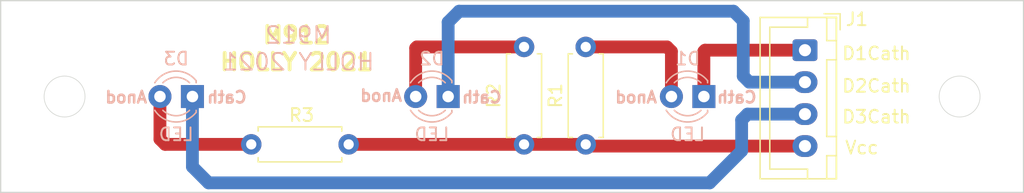
<source format=kicad_pcb>
(kicad_pcb (version 20171130) (host pcbnew 5.1.6-c6e7f7d~87~ubuntu18.04.1)

  (general
    (thickness 1.6)
    (drawings 18)
    (tracks 30)
    (zones 0)
    (modules 7)
    (nets 8)
  )

  (page A4)
  (title_block
    (title "LED Display board for SOPi Front panel")
    (date 2021-03-30)
    (rev 1.00)
    (company HOLLY&Co.,Ltd.)
    (comment 1 "Design by M.Horimoto")
  )

  (layers
    (0 F.Cu signal)
    (31 B.Cu signal)
    (32 B.Adhes user hide)
    (33 F.Adhes user hide)
    (34 B.Paste user)
    (35 F.Paste user)
    (36 B.SilkS user)
    (37 F.SilkS user)
    (38 B.Mask user hide)
    (39 F.Mask user hide)
    (40 Dwgs.User user)
    (41 Cmts.User user hide)
    (42 Eco1.User user hide)
    (43 Eco2.User user hide)
    (44 Edge.Cuts user)
    (45 Margin user hide)
    (46 B.CrtYd user hide)
    (47 F.CrtYd user hide)
    (48 B.Fab user hide)
    (49 F.Fab user hide)
  )

  (setup
    (last_trace_width 1)
    (user_trace_width 1)
    (trace_clearance 0.2)
    (zone_clearance 0.508)
    (zone_45_only no)
    (trace_min 0.2)
    (via_size 0.8)
    (via_drill 0.4)
    (via_min_size 0.4)
    (via_min_drill 0.3)
    (uvia_size 0.3)
    (uvia_drill 0.1)
    (uvias_allowed no)
    (uvia_min_size 0.2)
    (uvia_min_drill 0.1)
    (edge_width 0.05)
    (segment_width 0.2)
    (pcb_text_width 0.3)
    (pcb_text_size 1.5 1.5)
    (mod_edge_width 0.12)
    (mod_text_size 1 1)
    (mod_text_width 0.15)
    (pad_size 1.8 1.8)
    (pad_drill 0.9)
    (pad_to_mask_clearance 0.05)
    (aux_axis_origin 0 0)
    (visible_elements FFFFFF7F)
    (pcbplotparams
      (layerselection 0x010fc_ffffffff)
      (usegerberextensions false)
      (usegerberattributes true)
      (usegerberadvancedattributes true)
      (creategerberjobfile true)
      (excludeedgelayer true)
      (linewidth 0.100000)
      (plotframeref false)
      (viasonmask false)
      (mode 1)
      (useauxorigin false)
      (hpglpennumber 1)
      (hpglpenspeed 20)
      (hpglpendiameter 15.000000)
      (psnegative false)
      (psa4output false)
      (plotreference true)
      (plotvalue true)
      (plotinvisibletext false)
      (padsonsilk false)
      (subtractmaskfromsilk false)
      (outputformat 1)
      (mirror false)
      (drillshape 0)
      (scaleselection 1)
      (outputdirectory "CAMOUT100/"))
  )

  (net 0 "")
  (net 1 "Net-(D1-Pad2)")
  (net 2 "Net-(D1-Pad1)")
  (net 3 "Net-(D2-Pad2)")
  (net 4 "Net-(D2-Pad1)")
  (net 5 "Net-(D3-Pad2)")
  (net 6 "Net-(D3-Pad1)")
  (net 7 "Net-(J1-Pad4)")

  (net_class Default "This is the default net class."
    (clearance 0.2)
    (trace_width 0.25)
    (via_dia 0.8)
    (via_drill 0.4)
    (uvia_dia 0.3)
    (uvia_drill 0.1)
    (add_net "Net-(D1-Pad1)")
    (add_net "Net-(D1-Pad2)")
    (add_net "Net-(D2-Pad1)")
    (add_net "Net-(D2-Pad2)")
    (add_net "Net-(D3-Pad1)")
    (add_net "Net-(D3-Pad2)")
    (add_net "Net-(J1-Pad4)")
  )

  (module Resistor_THT:R_Axial_DIN0207_L6.3mm_D2.5mm_P7.62mm_Horizontal (layer F.Cu) (tedit 5AE5139B) (tstamp 60617F4D)
    (at 129.794 101.346 180)
    (descr "Resistor, Axial_DIN0207 series, Axial, Horizontal, pin pitch=7.62mm, 0.25W = 1/4W, length*diameter=6.3*2.5mm^2, http://cdn-reichelt.de/documents/datenblatt/B400/1_4W%23YAG.pdf")
    (tags "Resistor Axial_DIN0207 series Axial Horizontal pin pitch 7.62mm 0.25W = 1/4W length 6.3mm diameter 2.5mm")
    (path /606257AB)
    (fp_text reference R3 (at 3.683 2.286 unlocked) (layer F.SilkS)
      (effects (font (size 1 1) (thickness 0.15)))
    )
    (fp_text value 1k (at 3.81 2.37) (layer F.Fab)
      (effects (font (size 1 1) (thickness 0.15)))
    )
    (fp_line (start 8.67 -1.5) (end -1.05 -1.5) (layer F.CrtYd) (width 0.05))
    (fp_line (start 8.67 1.5) (end 8.67 -1.5) (layer F.CrtYd) (width 0.05))
    (fp_line (start -1.05 1.5) (end 8.67 1.5) (layer F.CrtYd) (width 0.05))
    (fp_line (start -1.05 -1.5) (end -1.05 1.5) (layer F.CrtYd) (width 0.05))
    (fp_line (start 7.08 1.37) (end 7.08 1.04) (layer F.SilkS) (width 0.12))
    (fp_line (start 0.54 1.37) (end 7.08 1.37) (layer F.SilkS) (width 0.12))
    (fp_line (start 0.54 1.04) (end 0.54 1.37) (layer F.SilkS) (width 0.12))
    (fp_line (start 7.08 -1.37) (end 7.08 -1.04) (layer F.SilkS) (width 0.12))
    (fp_line (start 0.54 -1.37) (end 7.08 -1.37) (layer F.SilkS) (width 0.12))
    (fp_line (start 0.54 -1.04) (end 0.54 -1.37) (layer F.SilkS) (width 0.12))
    (fp_line (start 7.62 0) (end 6.96 0) (layer F.Fab) (width 0.1))
    (fp_line (start 0 0) (end 0.66 0) (layer F.Fab) (width 0.1))
    (fp_line (start 6.96 -1.25) (end 0.66 -1.25) (layer F.Fab) (width 0.1))
    (fp_line (start 6.96 1.25) (end 6.96 -1.25) (layer F.Fab) (width 0.1))
    (fp_line (start 0.66 1.25) (end 6.96 1.25) (layer F.Fab) (width 0.1))
    (fp_line (start 0.66 -1.25) (end 0.66 1.25) (layer F.Fab) (width 0.1))
    (fp_text user %R (at 3.81 0) (layer F.Fab)
      (effects (font (size 1 1) (thickness 0.15)))
    )
    (pad 2 thru_hole oval (at 7.62 0 180) (size 1.6 1.6) (drill 0.8) (layers *.Cu *.Mask)
      (net 5 "Net-(D3-Pad2)"))
    (pad 1 thru_hole circle (at 0 0 180) (size 1.6 1.6) (drill 0.8) (layers *.Cu *.Mask)
      (net 7 "Net-(J1-Pad4)"))
    (model ${KISYS3DMOD}/Resistor_THT.3dshapes/R_Axial_DIN0207_L6.3mm_D2.5mm_P7.62mm_Horizontal.wrl
      (at (xyz 0 0 0))
      (scale (xyz 1 1 1))
      (rotate (xyz 0 0 0))
    )
  )

  (module Resistor_THT:R_Axial_DIN0207_L6.3mm_D2.5mm_P7.62mm_Horizontal (layer F.Cu) (tedit 5AE5139B) (tstamp 6061ACFE)
    (at 143.51 101.346 90)
    (descr "Resistor, Axial_DIN0207 series, Axial, Horizontal, pin pitch=7.62mm, 0.25W = 1/4W, length*diameter=6.3*2.5mm^2, http://cdn-reichelt.de/documents/datenblatt/B400/1_4W%23YAG.pdf")
    (tags "Resistor Axial_DIN0207 series Axial Horizontal pin pitch 7.62mm 0.25W = 1/4W length 6.3mm diameter 2.5mm")
    (path /606262BB)
    (fp_text reference R2 (at 3.81 -2.37 90) (layer F.SilkS)
      (effects (font (size 1 1) (thickness 0.15)))
    )
    (fp_text value 1k (at 3.81 2.37 90) (layer F.Fab)
      (effects (font (size 1 1) (thickness 0.15)))
    )
    (fp_line (start 8.67 -1.5) (end -1.05 -1.5) (layer F.CrtYd) (width 0.05))
    (fp_line (start 8.67 1.5) (end 8.67 -1.5) (layer F.CrtYd) (width 0.05))
    (fp_line (start -1.05 1.5) (end 8.67 1.5) (layer F.CrtYd) (width 0.05))
    (fp_line (start -1.05 -1.5) (end -1.05 1.5) (layer F.CrtYd) (width 0.05))
    (fp_line (start 7.08 1.37) (end 7.08 1.04) (layer F.SilkS) (width 0.12))
    (fp_line (start 0.54 1.37) (end 7.08 1.37) (layer F.SilkS) (width 0.12))
    (fp_line (start 0.54 1.04) (end 0.54 1.37) (layer F.SilkS) (width 0.12))
    (fp_line (start 7.08 -1.37) (end 7.08 -1.04) (layer F.SilkS) (width 0.12))
    (fp_line (start 0.54 -1.37) (end 7.08 -1.37) (layer F.SilkS) (width 0.12))
    (fp_line (start 0.54 -1.04) (end 0.54 -1.37) (layer F.SilkS) (width 0.12))
    (fp_line (start 7.62 0) (end 6.96 0) (layer F.Fab) (width 0.1))
    (fp_line (start 0 0) (end 0.66 0) (layer F.Fab) (width 0.1))
    (fp_line (start 6.96 -1.25) (end 0.66 -1.25) (layer F.Fab) (width 0.1))
    (fp_line (start 6.96 1.25) (end 6.96 -1.25) (layer F.Fab) (width 0.1))
    (fp_line (start 0.66 1.25) (end 6.96 1.25) (layer F.Fab) (width 0.1))
    (fp_line (start 0.66 -1.25) (end 0.66 1.25) (layer F.Fab) (width 0.1))
    (fp_text user %R (at 3.81 0 90) (layer F.Fab)
      (effects (font (size 1 1) (thickness 0.15)))
    )
    (pad 2 thru_hole oval (at 7.62 0 90) (size 1.6 1.6) (drill 0.8) (layers *.Cu *.Mask)
      (net 3 "Net-(D2-Pad2)"))
    (pad 1 thru_hole circle (at 0 0 90) (size 1.6 1.6) (drill 0.8) (layers *.Cu *.Mask)
      (net 7 "Net-(J1-Pad4)"))
    (model ${KISYS3DMOD}/Resistor_THT.3dshapes/R_Axial_DIN0207_L6.3mm_D2.5mm_P7.62mm_Horizontal.wrl
      (at (xyz 0 0 0))
      (scale (xyz 1 1 1))
      (rotate (xyz 0 0 0))
    )
  )

  (module Resistor_THT:R_Axial_DIN0207_L6.3mm_D2.5mm_P7.62mm_Horizontal (layer F.Cu) (tedit 5AE5139B) (tstamp 60618132)
    (at 148.336 101.346 90)
    (descr "Resistor, Axial_DIN0207 series, Axial, Horizontal, pin pitch=7.62mm, 0.25W = 1/4W, length*diameter=6.3*2.5mm^2, http://cdn-reichelt.de/documents/datenblatt/B400/1_4W%23YAG.pdf")
    (tags "Resistor Axial_DIN0207 series Axial Horizontal pin pitch 7.62mm 0.25W = 1/4W length 6.3mm diameter 2.5mm")
    (path /60626A53)
    (fp_text reference R1 (at 3.81 -2.37 90) (layer F.SilkS)
      (effects (font (size 1 1) (thickness 0.15)))
    )
    (fp_text value 1k (at 3.81 2.37 90) (layer F.Fab)
      (effects (font (size 1 1) (thickness 0.15)))
    )
    (fp_line (start 8.67 -1.5) (end -1.05 -1.5) (layer F.CrtYd) (width 0.05))
    (fp_line (start 8.67 1.5) (end 8.67 -1.5) (layer F.CrtYd) (width 0.05))
    (fp_line (start -1.05 1.5) (end 8.67 1.5) (layer F.CrtYd) (width 0.05))
    (fp_line (start -1.05 -1.5) (end -1.05 1.5) (layer F.CrtYd) (width 0.05))
    (fp_line (start 7.08 1.37) (end 7.08 1.04) (layer F.SilkS) (width 0.12))
    (fp_line (start 0.54 1.37) (end 7.08 1.37) (layer F.SilkS) (width 0.12))
    (fp_line (start 0.54 1.04) (end 0.54 1.37) (layer F.SilkS) (width 0.12))
    (fp_line (start 7.08 -1.37) (end 7.08 -1.04) (layer F.SilkS) (width 0.12))
    (fp_line (start 0.54 -1.37) (end 7.08 -1.37) (layer F.SilkS) (width 0.12))
    (fp_line (start 0.54 -1.04) (end 0.54 -1.37) (layer F.SilkS) (width 0.12))
    (fp_line (start 7.62 0) (end 6.96 0) (layer F.Fab) (width 0.1))
    (fp_line (start 0 0) (end 0.66 0) (layer F.Fab) (width 0.1))
    (fp_line (start 6.96 -1.25) (end 0.66 -1.25) (layer F.Fab) (width 0.1))
    (fp_line (start 6.96 1.25) (end 6.96 -1.25) (layer F.Fab) (width 0.1))
    (fp_line (start 0.66 1.25) (end 6.96 1.25) (layer F.Fab) (width 0.1))
    (fp_line (start 0.66 -1.25) (end 0.66 1.25) (layer F.Fab) (width 0.1))
    (fp_text user %R (at 3.81 0 90) (layer F.Fab)
      (effects (font (size 1 1) (thickness 0.15)))
    )
    (pad 2 thru_hole oval (at 7.62 0 90) (size 1.6 1.6) (drill 0.8) (layers *.Cu *.Mask)
      (net 1 "Net-(D1-Pad2)"))
    (pad 1 thru_hole circle (at 0 0 90) (size 1.6 1.6) (drill 0.8) (layers *.Cu *.Mask)
      (net 7 "Net-(J1-Pad4)"))
    (model ${KISYS3DMOD}/Resistor_THT.3dshapes/R_Axial_DIN0207_L6.3mm_D2.5mm_P7.62mm_Horizontal.wrl
      (at (xyz 0 0 0))
      (scale (xyz 1 1 1))
      (rotate (xyz 0 0 0))
    )
  )

  (module Connectors_JST:JST_XH_B4B-XH-A_1x04_P2.50mm_Vertical (layer F.Cu) (tedit 5C28146C) (tstamp 60617D36)
    (at 165.481 93.98 270)
    (descr "JST XH series connector, B4B-XH-A (http://www.jst-mfg.com/product/pdf/eng/eXH.pdf), generated with kicad-footprint-generator")
    (tags "connector JST XH vertical")
    (path /6061EE6E)
    (fp_text reference J1 (at -2.413 -4.064 180) (layer F.SilkS)
      (effects (font (size 1 1) (thickness 0.15)))
    )
    (fp_text value Conn_01x04 (at 3.75 4.6 90) (layer F.Fab)
      (effects (font (size 1 1) (thickness 0.15)))
    )
    (fp_line (start -2.85 -2.75) (end -2.85 -1.5) (layer F.SilkS) (width 0.12))
    (fp_line (start -1.6 -2.75) (end -2.85 -2.75) (layer F.SilkS) (width 0.12))
    (fp_line (start 9.3 2.75) (end 3.75 2.75) (layer F.SilkS) (width 0.12))
    (fp_line (start 9.3 -0.2) (end 9.3 2.75) (layer F.SilkS) (width 0.12))
    (fp_line (start 10.05 -0.2) (end 9.3 -0.2) (layer F.SilkS) (width 0.12))
    (fp_line (start -1.8 2.75) (end 3.75 2.75) (layer F.SilkS) (width 0.12))
    (fp_line (start -1.8 -0.2) (end -1.8 2.75) (layer F.SilkS) (width 0.12))
    (fp_line (start -2.55 -0.2) (end -1.8 -0.2) (layer F.SilkS) (width 0.12))
    (fp_line (start 10.05 -2.45) (end 8.25 -2.45) (layer F.SilkS) (width 0.12))
    (fp_line (start 10.05 -1.7) (end 10.05 -2.45) (layer F.SilkS) (width 0.12))
    (fp_line (start 8.25 -1.7) (end 10.05 -1.7) (layer F.SilkS) (width 0.12))
    (fp_line (start 8.25 -2.45) (end 8.25 -1.7) (layer F.SilkS) (width 0.12))
    (fp_line (start -0.75 -2.45) (end -2.55 -2.45) (layer F.SilkS) (width 0.12))
    (fp_line (start -0.75 -1.7) (end -0.75 -2.45) (layer F.SilkS) (width 0.12))
    (fp_line (start -2.55 -1.7) (end -0.75 -1.7) (layer F.SilkS) (width 0.12))
    (fp_line (start -2.55 -2.45) (end -2.55 -1.7) (layer F.SilkS) (width 0.12))
    (fp_line (start 6.75 -2.45) (end 0.75 -2.45) (layer F.SilkS) (width 0.12))
    (fp_line (start 6.75 -1.7) (end 6.75 -2.45) (layer F.SilkS) (width 0.12))
    (fp_line (start 0.75 -1.7) (end 6.75 -1.7) (layer F.SilkS) (width 0.12))
    (fp_line (start 0.75 -2.45) (end 0.75 -1.7) (layer F.SilkS) (width 0.12))
    (fp_line (start 0 -1.35) (end 0.625 -2.35) (layer F.Fab) (width 0.1))
    (fp_line (start -0.625 -2.35) (end 0 -1.35) (layer F.Fab) (width 0.1))
    (fp_line (start 10.45 -2.85) (end -2.95 -2.85) (layer F.CrtYd) (width 0.05))
    (fp_line (start 10.45 3.9) (end 10.45 -2.85) (layer F.CrtYd) (width 0.05))
    (fp_line (start -2.95 3.9) (end 10.45 3.9) (layer F.CrtYd) (width 0.05))
    (fp_line (start -2.95 -2.85) (end -2.95 3.9) (layer F.CrtYd) (width 0.05))
    (fp_line (start 10.06 -2.46) (end -2.56 -2.46) (layer F.SilkS) (width 0.12))
    (fp_line (start 10.06 3.51) (end 10.06 -2.46) (layer F.SilkS) (width 0.12))
    (fp_line (start -2.56 3.51) (end 10.06 3.51) (layer F.SilkS) (width 0.12))
    (fp_line (start -2.56 -2.46) (end -2.56 3.51) (layer F.SilkS) (width 0.12))
    (fp_line (start 9.95 -2.35) (end -2.45 -2.35) (layer F.Fab) (width 0.1))
    (fp_line (start 9.95 3.4) (end 9.95 -2.35) (layer F.Fab) (width 0.1))
    (fp_line (start -2.45 3.4) (end 9.95 3.4) (layer F.Fab) (width 0.1))
    (fp_line (start -2.45 -2.35) (end -2.45 3.4) (layer F.Fab) (width 0.1))
    (fp_text user %R (at 3.75 2.7 90) (layer F.Fab)
      (effects (font (size 1 1) (thickness 0.15)))
    )
    (pad 4 thru_hole oval (at 7.5 0 270) (size 1.7 1.95) (drill 0.95) (layers *.Cu *.Mask)
      (net 7 "Net-(J1-Pad4)"))
    (pad 3 thru_hole oval (at 5 0 270) (size 1.7 1.95) (drill 0.95) (layers *.Cu *.Mask)
      (net 6 "Net-(D3-Pad1)"))
    (pad 2 thru_hole oval (at 2.5 0 270) (size 1.7 1.95) (drill 0.95) (layers *.Cu *.Mask)
      (net 4 "Net-(D2-Pad1)"))
    (pad 1 thru_hole roundrect (at 0 0 270) (size 1.7 1.95) (drill 0.95) (layers *.Cu *.Mask) (roundrect_rratio 0.147059)
      (net 2 "Net-(D1-Pad1)"))
    (model ${KISYS3DMOD}/Connector_JST.3dshapes/JST_XH_B4B-XH-A_1x04_P2.50mm_Vertical.wrl
      (at (xyz 0 0 0))
      (scale (xyz 1 1 1))
      (rotate (xyz 0 0 0))
    )
  )

  (module LED_THT:LED_D3.0mm (layer B.Cu) (tedit 587A3A7B) (tstamp 60617D0B)
    (at 117.575 97.605 180)
    (descr "LED, diameter 3.0mm, 2 pins")
    (tags "LED diameter 3.0mm 2 pins")
    (path /60620FFA)
    (fp_text reference D3 (at 1.27 2.96 unlocked) (layer B.SilkS)
      (effects (font (size 1 1) (thickness 0.15)) (justify mirror))
    )
    (fp_text value LED (at 1.27 -2.96 unlocked) (layer B.SilkS)
      (effects (font (size 1 1) (thickness 0.15)) (justify mirror))
    )
    (fp_line (start 3.7 2.25) (end -1.15 2.25) (layer B.CrtYd) (width 0.05))
    (fp_line (start 3.7 -2.25) (end 3.7 2.25) (layer B.CrtYd) (width 0.05))
    (fp_line (start -1.15 -2.25) (end 3.7 -2.25) (layer B.CrtYd) (width 0.05))
    (fp_line (start -1.15 2.25) (end -1.15 -2.25) (layer B.CrtYd) (width 0.05))
    (fp_line (start -0.29 -1.08) (end -0.29 -1.236) (layer B.SilkS) (width 0.12))
    (fp_line (start -0.29 1.236) (end -0.29 1.08) (layer B.SilkS) (width 0.12))
    (fp_line (start -0.23 1.16619) (end -0.23 -1.16619) (layer B.Fab) (width 0.1))
    (fp_circle (center 1.27 0) (end 2.77 0) (layer B.Fab) (width 0.1))
    (fp_arc (start 1.27 0) (end 0.229039 -1.08) (angle 87.9) (layer B.SilkS) (width 0.12))
    (fp_arc (start 1.27 0) (end 0.229039 1.08) (angle -87.9) (layer B.SilkS) (width 0.12))
    (fp_arc (start 1.27 0) (end -0.29 -1.235516) (angle 108.8) (layer B.SilkS) (width 0.12))
    (fp_arc (start 1.27 0) (end -0.29 1.235516) (angle -108.8) (layer B.SilkS) (width 0.12))
    (fp_arc (start 1.27 0) (end -0.23 1.16619) (angle -284.3) (layer B.Fab) (width 0.1))
    (pad 2 thru_hole circle (at 2.54 0 180) (size 1.8 1.8) (drill 0.9) (layers *.Cu *.Mask)
      (net 5 "Net-(D3-Pad2)"))
    (pad 1 thru_hole rect (at 0 0 180) (size 1.8 1.8) (drill 0.9) (layers *.Cu *.Mask)
      (net 6 "Net-(D3-Pad1)"))
    (model ${KISYS3DMOD}/LED_THT.3dshapes/LED_D3.0mm.wrl
      (at (xyz 0 0 0))
      (scale (xyz 1 1 1))
      (rotate (xyz 0 0 0))
    )
  )

  (module LED_THT:LED_D3.0mm (layer B.Cu) (tedit 587A3A7B) (tstamp 60617CF8)
    (at 137.575 97.605 180)
    (descr "LED, diameter 3.0mm, 2 pins")
    (tags "LED diameter 3.0mm 2 pins")
    (path /606249C3)
    (fp_text reference D2 (at 1.27 2.96 unlocked) (layer B.SilkS)
      (effects (font (size 1 1) (thickness 0.15)) (justify mirror))
    )
    (fp_text value LED (at 1.27 -2.96 unlocked) (layer B.SilkS)
      (effects (font (size 1 1) (thickness 0.15)) (justify mirror))
    )
    (fp_line (start 3.7 2.25) (end -1.15 2.25) (layer B.CrtYd) (width 0.05))
    (fp_line (start 3.7 -2.25) (end 3.7 2.25) (layer B.CrtYd) (width 0.05))
    (fp_line (start -1.15 -2.25) (end 3.7 -2.25) (layer B.CrtYd) (width 0.05))
    (fp_line (start -1.15 2.25) (end -1.15 -2.25) (layer B.CrtYd) (width 0.05))
    (fp_line (start -0.29 -1.08) (end -0.29 -1.236) (layer B.SilkS) (width 0.12))
    (fp_line (start -0.29 1.236) (end -0.29 1.08) (layer B.SilkS) (width 0.12))
    (fp_line (start -0.23 1.16619) (end -0.23 -1.16619) (layer B.Fab) (width 0.1))
    (fp_circle (center 1.27 0) (end 2.77 0) (layer B.Fab) (width 0.1))
    (fp_arc (start 1.27 0) (end 0.229039 -1.08) (angle 87.9) (layer B.SilkS) (width 0.12))
    (fp_arc (start 1.27 0) (end 0.229039 1.08) (angle -87.9) (layer B.SilkS) (width 0.12))
    (fp_arc (start 1.27 0) (end -0.29 -1.235516) (angle 108.8) (layer B.SilkS) (width 0.12))
    (fp_arc (start 1.27 0) (end -0.29 1.235516) (angle -108.8) (layer B.SilkS) (width 0.12))
    (fp_arc (start 1.27 0) (end -0.23 1.16619) (angle -284.3) (layer B.Fab) (width 0.1))
    (pad 2 thru_hole circle (at 2.54 0 180) (size 1.8 1.8) (drill 0.9) (layers *.Cu *.Mask)
      (net 3 "Net-(D2-Pad2)"))
    (pad 1 thru_hole rect (at 0 0 180) (size 1.8 1.8) (drill 0.9) (layers *.Cu *.Mask)
      (net 4 "Net-(D2-Pad1)"))
    (model ${KISYS3DMOD}/LED_THT.3dshapes/LED_D3.0mm.wrl
      (at (xyz 0 0 0))
      (scale (xyz 1 1 1))
      (rotate (xyz 0 0 0))
    )
  )

  (module LED_THT:LED_D3.0mm (layer B.Cu) (tedit 587A3A7B) (tstamp 60617CE5)
    (at 157.575 97.605 180)
    (descr "LED, diameter 3.0mm, 2 pins")
    (tags "LED diameter 3.0mm 2 pins")
    (path /60624E9E)
    (fp_text reference D1 (at 1.27 2.96 unlocked) (layer B.SilkS)
      (effects (font (size 1 1) (thickness 0.15)) (justify mirror))
    )
    (fp_text value LED (at 1.27 -2.96 unlocked) (layer B.SilkS)
      (effects (font (size 1 1) (thickness 0.15)) (justify mirror))
    )
    (fp_line (start 3.7 2.25) (end -1.15 2.25) (layer B.CrtYd) (width 0.05))
    (fp_line (start 3.7 -2.25) (end 3.7 2.25) (layer B.CrtYd) (width 0.05))
    (fp_line (start -1.15 -2.25) (end 3.7 -2.25) (layer B.CrtYd) (width 0.05))
    (fp_line (start -1.15 2.25) (end -1.15 -2.25) (layer B.CrtYd) (width 0.05))
    (fp_line (start -0.29 -1.08) (end -0.29 -1.236) (layer B.SilkS) (width 0.12))
    (fp_line (start -0.29 1.236) (end -0.29 1.08) (layer B.SilkS) (width 0.12))
    (fp_line (start -0.23 1.16619) (end -0.23 -1.16619) (layer B.Fab) (width 0.1))
    (fp_circle (center 1.27 0) (end 2.77 0) (layer B.Fab) (width 0.1))
    (fp_arc (start 1.27 0) (end 0.229039 -1.08) (angle 87.9) (layer B.SilkS) (width 0.12))
    (fp_arc (start 1.27 0) (end 0.229039 1.08) (angle -87.9) (layer B.SilkS) (width 0.12))
    (fp_arc (start 1.27 0) (end -0.29 -1.235516) (angle 108.8) (layer B.SilkS) (width 0.12))
    (fp_arc (start 1.27 0) (end -0.29 1.235516) (angle -108.8) (layer B.SilkS) (width 0.12))
    (fp_arc (start 1.27 0) (end -0.23 1.16619) (angle -284.3) (layer B.Fab) (width 0.1))
    (pad 2 thru_hole circle (at 2.54 0 180) (size 1.8 1.8) (drill 0.9) (layers *.Cu *.Mask)
      (net 1 "Net-(D1-Pad2)"))
    (pad 1 thru_hole rect (at 0 0 180) (size 1.8 1.8) (drill 0.9) (layers *.Cu *.Mask)
      (net 2 "Net-(D1-Pad1)"))
    (model ${KISYS3DMOD}/LED_THT.3dshapes/LED_D3.0mm.wrl
      (at (xyz 0 0 0))
      (scale (xyz 1 1 1))
      (rotate (xyz 0 0 0))
    )
  )

  (gr_text Anod (at 152.273 97.663) (layer B.SilkS) (tstamp 60628CBB)
    (effects (font (size 0.9 0.9) (thickness 0.2)) (justify mirror))
  )
  (gr_text Anod (at 132.334 97.536) (layer B.SilkS) (tstamp 60628CB9)
    (effects (font (size 0.9 0.9) (thickness 0.2)) (justify mirror))
  )
  (gr_text Anod (at 112.395 97.663) (layer B.SilkS) (tstamp 60628C82)
    (effects (font (size 0.9 0.9) (thickness 0.2)) (justify mirror))
  )
  (gr_text Cath (at 120.269 97.663) (layer B.SilkS) (tstamp 60628C80)
    (effects (font (size 0.9 0.9) (thickness 0.2)) (justify mirror))
  )
  (gr_text Cath (at 140.208 97.663) (layer B.SilkS) (tstamp 60628C7E)
    (effects (font (size 0.9 0.9) (thickness 0.2)) (justify mirror))
  )
  (gr_text Cath (at 160.147 97.663) (layer B.SilkS)
    (effects (font (size 0.9 0.9) (thickness 0.2)) (justify mirror))
  )
  (gr_text D1Cath (at 171.069 94.234) (layer F.SilkS) (tstamp 60628C08)
    (effects (font (size 1 1) (thickness 0.15)))
  )
  (gr_text D2Cath (at 171.069 96.774) (layer F.SilkS) (tstamp 60628C05)
    (effects (font (size 1 1) (thickness 0.15)))
  )
  (gr_text D3Cath (at 171.069 99.187) (layer F.SilkS)
    (effects (font (size 1 1) (thickness 0.15)))
  )
  (gr_text Vcc (at 169.926 101.6) (layer F.SilkS)
    (effects (font (size 1 1) (thickness 0.15)))
  )
  (gr_text "M912\nHOLLY 2021" (at 125.73 93.853) (layer F.SilkS) (tstamp 6062875E)
    (effects (font (size 1.3 1.3) (thickness 0.3)))
  )
  (gr_text "M912\nHOLLY 2021" (at 125.857 93.853) (layer B.SilkS)
    (effects (font (size 1.3 1.3) (thickness 0.15)) (justify mirror))
  )
  (gr_circle (center 177.575 97.605) (end 175.975 97.605) (layer Edge.Cuts) (width 0.05) (tstamp 60618022))
  (gr_circle (center 107.575 97.605) (end 105.975 97.605) (layer Edge.Cuts) (width 0.05))
  (gr_line (start 102.575 105.105) (end 102.575 90.105) (layer Edge.Cuts) (width 0.1))
  (gr_line (start 182.575 105.105) (end 102.575 105.105) (layer Edge.Cuts) (width 0.1))
  (gr_line (start 182.575 90.105) (end 182.575 105.105) (layer Edge.Cuts) (width 0.1))
  (gr_line (start 102.575 90.105) (end 182.575 90.105) (layer Edge.Cuts) (width 0.1))

  (segment (start 155.035 97.605) (end 155.035 94.075) (width 1) (layer F.Cu) (net 1))
  (segment (start 154.686 93.726) (end 148.336 93.726) (width 1) (layer F.Cu) (net 1))
  (segment (start 155.035 94.075) (end 154.686 93.726) (width 1) (layer F.Cu) (net 1))
  (segment (start 157.575 97.605) (end 157.575 94.075) (width 1) (layer F.Cu) (net 2))
  (segment (start 157.67 93.98) (end 165.481 93.98) (width 1) (layer F.Cu) (net 2))
  (segment (start 157.575 94.075) (end 157.67 93.98) (width 1) (layer F.Cu) (net 2))
  (segment (start 135.035 97.605) (end 135.035 93.819) (width 1) (layer F.Cu) (net 3))
  (segment (start 135.128 93.726) (end 143.51 93.726) (width 1) (layer F.Cu) (net 3))
  (segment (start 135.035 93.819) (end 135.128 93.726) (width 1) (layer F.Cu) (net 3))
  (segment (start 137.575 97.605) (end 137.575 91.787) (width 1) (layer B.Cu) (net 4))
  (segment (start 137.575 91.787) (end 138.43 90.932) (width 1) (layer B.Cu) (net 4))
  (segment (start 138.43 90.932) (end 159.893 90.932) (width 1) (layer B.Cu) (net 4))
  (segment (start 159.893 90.932) (end 160.655 91.694) (width 1) (layer B.Cu) (net 4))
  (segment (start 160.655 91.694) (end 160.655 96.012) (width 1) (layer B.Cu) (net 4))
  (segment (start 161.123 96.48) (end 165.481 96.48) (width 1) (layer B.Cu) (net 4))
  (segment (start 160.655 96.012) (end 161.123 96.48) (width 1) (layer B.Cu) (net 4))
  (segment (start 122.174 101.346) (end 115.443 101.346) (width 1) (layer F.Cu) (net 5))
  (segment (start 115.035 100.938) (end 115.035 97.605) (width 1) (layer F.Cu) (net 5))
  (segment (start 115.443 101.346) (end 115.035 100.938) (width 1) (layer F.Cu) (net 5))
  (segment (start 117.575 97.605) (end 117.575 103.097) (width 1) (layer B.Cu) (net 6))
  (segment (start 117.575 103.097) (end 118.83299 104.35499) (width 1) (layer B.Cu) (net 6))
  (segment (start 118.83299 104.35499) (end 158.02701 104.35499) (width 1) (layer B.Cu) (net 6))
  (segment (start 158.02701 104.35499) (end 160.528 101.854) (width 1) (layer B.Cu) (net 6))
  (segment (start 160.528 101.854) (end 160.528 99.441) (width 1) (layer B.Cu) (net 6))
  (segment (start 160.989 98.98) (end 165.481 98.98) (width 1) (layer B.Cu) (net 6))
  (segment (start 160.528 99.441) (end 160.989 98.98) (width 1) (layer B.Cu) (net 6))
  (segment (start 148.47 101.48) (end 148.336 101.346) (width 1) (layer F.Cu) (net 7))
  (segment (start 165.481 101.48) (end 148.47 101.48) (width 1) (layer F.Cu) (net 7))
  (segment (start 148.336 101.346) (end 143.51 101.346) (width 1) (layer F.Cu) (net 7))
  (segment (start 143.51 101.346) (end 129.794 101.346) (width 1) (layer F.Cu) (net 7))

)

</source>
